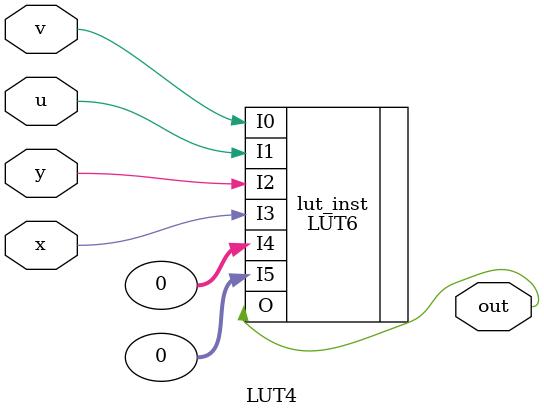
<source format=v>
module LUT4
#(parameter INIT = 16'h800 // defaults to x & y & u & v
)(
    input wire x,
    input wire y,
    input wire u,
    input wire v,
    output wire out
);

`ifdef VERILATOR
    assign out = INIT >> {x, y, u, v};
`else
    (* DONT_TOUCH = "yes" *)
    LUT6 #(
        .INIT(INIT)
    ) lut_inst(
        .O(out),
        .I0(v),
        .I1(u),
        .I2(y),
        .I3(x),
        .I4(0),
        .I5(0)
    );
`endif

endmodule
</source>
